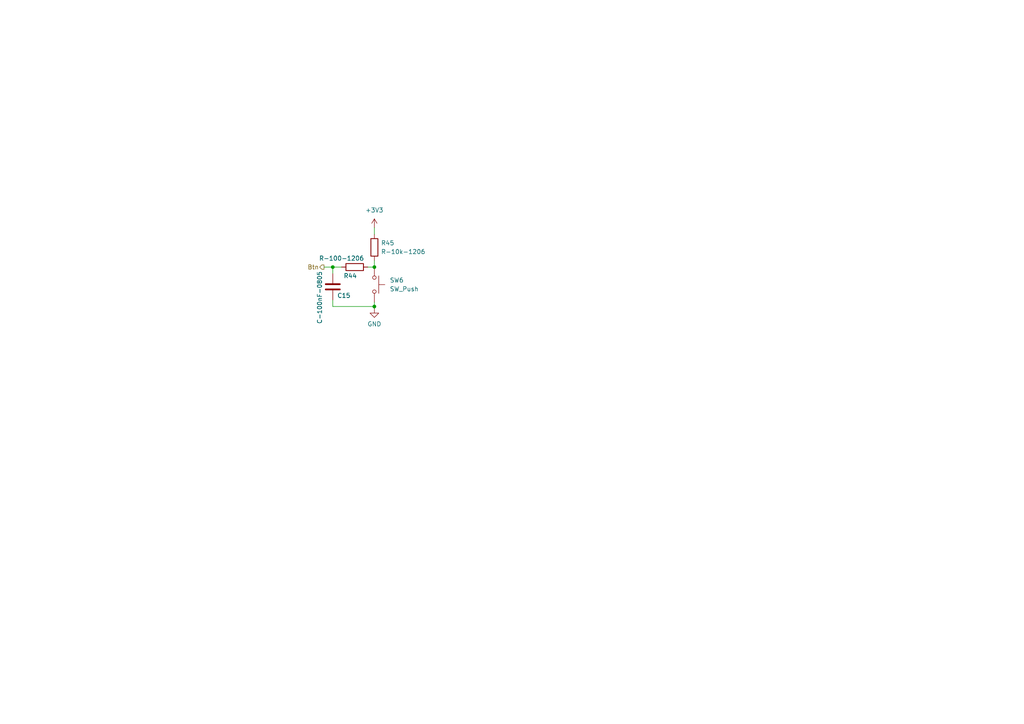
<source format=kicad_sch>
(kicad_sch (version 20211123) (generator eeschema)

  (uuid ee0f3e84-5a12-4e1d-9f31-7052402f7de0)

  (paper "A4")

  (lib_symbols
    (symbol "Switch:SW_Push" (pin_numbers hide) (pin_names (offset 1.016) hide) (in_bom yes) (on_board yes)
      (property "Reference" "SW" (id 0) (at 1.27 2.54 0)
        (effects (font (size 1.27 1.27)) (justify left))
      )
      (property "Value" "SW_Push" (id 1) (at 0 -1.524 0)
        (effects (font (size 1.27 1.27)))
      )
      (property "Footprint" "" (id 2) (at 0 5.08 0)
        (effects (font (size 1.27 1.27)) hide)
      )
      (property "Datasheet" "~" (id 3) (at 0 5.08 0)
        (effects (font (size 1.27 1.27)) hide)
      )
      (property "ki_keywords" "switch normally-open pushbutton push-button" (id 4) (at 0 0 0)
        (effects (font (size 1.27 1.27)) hide)
      )
      (property "ki_description" "Push button switch, generic, two pins" (id 5) (at 0 0 0)
        (effects (font (size 1.27 1.27)) hide)
      )
      (symbol "SW_Push_0_1"
        (circle (center -2.032 0) (radius 0.508)
          (stroke (width 0) (type default) (color 0 0 0 0))
          (fill (type none))
        )
        (polyline
          (pts
            (xy 0 1.27)
            (xy 0 3.048)
          )
          (stroke (width 0) (type default) (color 0 0 0 0))
          (fill (type none))
        )
        (polyline
          (pts
            (xy 2.54 1.27)
            (xy -2.54 1.27)
          )
          (stroke (width 0) (type default) (color 0 0 0 0))
          (fill (type none))
        )
        (circle (center 2.032 0) (radius 0.508)
          (stroke (width 0) (type default) (color 0 0 0 0))
          (fill (type none))
        )
        (pin passive line (at -5.08 0 0) (length 2.54)
          (name "1" (effects (font (size 1.27 1.27))))
          (number "1" (effects (font (size 1.27 1.27))))
        )
        (pin passive line (at 5.08 0 180) (length 2.54)
          (name "2" (effects (font (size 1.27 1.27))))
          (number "2" (effects (font (size 1.27 1.27))))
        )
      )
    )
    (symbol "eurorack:C-100nF-0805" (pin_numbers hide) (pin_names (offset 0.254)) (in_bom yes) (on_board yes)
      (property "Reference" "C" (id 0) (at 0.635 2.54 0)
        (effects (font (size 1.27 1.27)) (justify left))
      )
      (property "Value" "C-100nF-0805" (id 1) (at 0.635 -2.54 0)
        (effects (font (size 1.27 1.27)) (justify left))
      )
      (property "Footprint" "Capacitor_SMD:C_0805_2012Metric_Pad1.18x1.45mm_HandSolder" (id 2) (at 0.9652 -3.81 0)
        (effects (font (size 1.27 1.27)) hide)
      )
      (property "Datasheet" "https://secure.reichelt.com/at/en/smd-multilayer-ceramic-capacitor-100-n-10--x7r-g0805-100n-p31879.html?&nbc=1" (id 3) (at 0 0 0)
        (effects (font (size 1.27 1.27)) hide)
      )
      (property "ki_keywords" "cap capacitor" (id 4) (at 0 0 0)
        (effects (font (size 1.27 1.27)) hide)
      )
      (property "ki_description" "Unpolarized capacitor" (id 5) (at 0 0 0)
        (effects (font (size 1.27 1.27)) hide)
      )
      (property "ki_fp_filters" "C_*" (id 6) (at 0 0 0)
        (effects (font (size 1.27 1.27)) hide)
      )
      (symbol "C-100nF-0805_0_1"
        (polyline
          (pts
            (xy -2.032 -0.762)
            (xy 2.032 -0.762)
          )
          (stroke (width 0.508) (type default) (color 0 0 0 0))
          (fill (type none))
        )
        (polyline
          (pts
            (xy -2.032 0.762)
            (xy 2.032 0.762)
          )
          (stroke (width 0.508) (type default) (color 0 0 0 0))
          (fill (type none))
        )
      )
      (symbol "C-100nF-0805_1_1"
        (pin passive line (at 0 3.81 270) (length 2.794)
          (name "~" (effects (font (size 1.27 1.27))))
          (number "1" (effects (font (size 1.27 1.27))))
        )
        (pin passive line (at 0 -3.81 90) (length 2.794)
          (name "~" (effects (font (size 1.27 1.27))))
          (number "2" (effects (font (size 1.27 1.27))))
        )
      )
    )
    (symbol "eurorack:R-100-1206" (pin_numbers hide) (pin_names (offset 0)) (in_bom yes) (on_board yes)
      (property "Reference" "R" (id 0) (at 2.032 0 90)
        (effects (font (size 1.27 1.27)))
      )
      (property "Value" "R-100-1206" (id 1) (at -2.54 0 90)
        (effects (font (size 1.27 1.27)))
      )
      (property "Footprint" "Resistor_SMD:R_1206_3216Metric_Pad1.30x1.75mm_HandSolder" (id 2) (at -1.778 0 90)
        (effects (font (size 1.27 1.27)) hide)
      )
      (property "Datasheet" "https://www.reichelt.com/at/en/smd-chip-resistor-type-1206-100-ohm-smd-1-4w-100-p18242.html?&trstct=pos_2&nbc=1" (id 3) (at 0 0 0)
        (effects (font (size 1.27 1.27)) hide)
      )
      (property "P" "1/4W" (id 4) (at 0 0 0)
        (effects (font (size 1.27 1.27)))
      )
      (property "ki_keywords" "R res resistor" (id 5) (at 0 0 0)
        (effects (font (size 1.27 1.27)) hide)
      )
      (property "ki_description" "Resistor" (id 6) (at 0 0 0)
        (effects (font (size 1.27 1.27)) hide)
      )
      (property "ki_fp_filters" "R_*" (id 7) (at 0 0 0)
        (effects (font (size 1.27 1.27)) hide)
      )
      (symbol "R-100-1206_0_1"
        (rectangle (start -1.016 -2.54) (end 1.016 2.54)
          (stroke (width 0.254) (type default) (color 0 0 0 0))
          (fill (type none))
        )
      )
      (symbol "R-100-1206_1_1"
        (pin passive line (at 0 3.81 270) (length 1.27)
          (name "~" (effects (font (size 1.27 1.27))))
          (number "1" (effects (font (size 1.27 1.27))))
        )
        (pin passive line (at 0 -3.81 90) (length 1.27)
          (name "~" (effects (font (size 1.27 1.27))))
          (number "2" (effects (font (size 1.27 1.27))))
        )
      )
    )
    (symbol "eurorack:R-10k-1206" (pin_numbers hide) (pin_names (offset 0)) (in_bom yes) (on_board yes)
      (property "Reference" "R" (id 0) (at 2.032 0 90)
        (effects (font (size 1.27 1.27)))
      )
      (property "Value" "R-10k-1206" (id 1) (at -2.54 0 90)
        (effects (font (size 1.27 1.27)))
      )
      (property "Footprint" "Resistor_SMD:R_1206_3216Metric_Pad1.30x1.75mm_HandSolder" (id 2) (at -1.778 0 90)
        (effects (font (size 1.27 1.27)) hide)
      )
      (property "Datasheet" "https://secure.reichelt.com/at/en/smd-chip-resistor-type-1206-10-k-ohm-smd-1-4w-10k-p18244.html?&nbc=1" (id 3) (at 0 0 0)
        (effects (font (size 1.27 1.27)) hide)
      )
      (property "P" "1/4W" (id 4) (at 0 0 0)
        (effects (font (size 1.27 1.27)) hide)
      )
      (property "ki_keywords" "R res resistor" (id 5) (at 0 0 0)
        (effects (font (size 1.27 1.27)) hide)
      )
      (property "ki_description" "Resistor" (id 6) (at 0 0 0)
        (effects (font (size 1.27 1.27)) hide)
      )
      (property "ki_fp_filters" "R_*" (id 7) (at 0 0 0)
        (effects (font (size 1.27 1.27)) hide)
      )
      (symbol "R-10k-1206_0_1"
        (rectangle (start -1.016 -2.54) (end 1.016 2.54)
          (stroke (width 0.254) (type default) (color 0 0 0 0))
          (fill (type none))
        )
      )
      (symbol "R-10k-1206_1_1"
        (pin passive line (at 0 3.81 270) (length 1.27)
          (name "~" (effects (font (size 1.27 1.27))))
          (number "1" (effects (font (size 1.27 1.27))))
        )
        (pin passive line (at 0 -3.81 90) (length 1.27)
          (name "~" (effects (font (size 1.27 1.27))))
          (number "2" (effects (font (size 1.27 1.27))))
        )
      )
    )
    (symbol "power:+3V3" (power) (pin_names (offset 0)) (in_bom yes) (on_board yes)
      (property "Reference" "#PWR" (id 0) (at 0 -3.81 0)
        (effects (font (size 1.27 1.27)) hide)
      )
      (property "Value" "+3V3" (id 1) (at 0 3.556 0)
        (effects (font (size 1.27 1.27)))
      )
      (property "Footprint" "" (id 2) (at 0 0 0)
        (effects (font (size 1.27 1.27)) hide)
      )
      (property "Datasheet" "" (id 3) (at 0 0 0)
        (effects (font (size 1.27 1.27)) hide)
      )
      (property "ki_keywords" "power-flag" (id 4) (at 0 0 0)
        (effects (font (size 1.27 1.27)) hide)
      )
      (property "ki_description" "Power symbol creates a global label with name \"+3V3\"" (id 5) (at 0 0 0)
        (effects (font (size 1.27 1.27)) hide)
      )
      (symbol "+3V3_0_1"
        (polyline
          (pts
            (xy -0.762 1.27)
            (xy 0 2.54)
          )
          (stroke (width 0) (type default) (color 0 0 0 0))
          (fill (type none))
        )
        (polyline
          (pts
            (xy 0 0)
            (xy 0 2.54)
          )
          (stroke (width 0) (type default) (color 0 0 0 0))
          (fill (type none))
        )
        (polyline
          (pts
            (xy 0 2.54)
            (xy 0.762 1.27)
          )
          (stroke (width 0) (type default) (color 0 0 0 0))
          (fill (type none))
        )
      )
      (symbol "+3V3_1_1"
        (pin power_in line (at 0 0 90) (length 0) hide
          (name "+3V3" (effects (font (size 1.27 1.27))))
          (number "1" (effects (font (size 1.27 1.27))))
        )
      )
    )
    (symbol "power:GND" (power) (pin_names (offset 0)) (in_bom yes) (on_board yes)
      (property "Reference" "#PWR" (id 0) (at 0 -6.35 0)
        (effects (font (size 1.27 1.27)) hide)
      )
      (property "Value" "GND" (id 1) (at 0 -3.81 0)
        (effects (font (size 1.27 1.27)))
      )
      (property "Footprint" "" (id 2) (at 0 0 0)
        (effects (font (size 1.27 1.27)) hide)
      )
      (property "Datasheet" "" (id 3) (at 0 0 0)
        (effects (font (size 1.27 1.27)) hide)
      )
      (property "ki_keywords" "power-flag" (id 4) (at 0 0 0)
        (effects (font (size 1.27 1.27)) hide)
      )
      (property "ki_description" "Power symbol creates a global label with name \"GND\" , ground" (id 5) (at 0 0 0)
        (effects (font (size 1.27 1.27)) hide)
      )
      (symbol "GND_0_1"
        (polyline
          (pts
            (xy 0 0)
            (xy 0 -1.27)
            (xy 1.27 -1.27)
            (xy 0 -2.54)
            (xy -1.27 -1.27)
            (xy 0 -1.27)
          )
          (stroke (width 0) (type default) (color 0 0 0 0))
          (fill (type none))
        )
      )
      (symbol "GND_1_1"
        (pin power_in line (at 0 0 270) (length 0) hide
          (name "GND" (effects (font (size 1.27 1.27))))
          (number "1" (effects (font (size 1.27 1.27))))
        )
      )
    )
  )

  (junction (at 108.585 88.9) (diameter 0) (color 0 0 0 0)
    (uuid 0be89af7-14db-497f-966b-5719f465b9dc)
  )
  (junction (at 96.52 77.47) (diameter 0) (color 0 0 0 0)
    (uuid 17268e24-9a03-492a-94fc-a6080eb38235)
  )
  (junction (at 108.585 77.47) (diameter 0) (color 0 0 0 0)
    (uuid 3a12357c-45e8-45c5-bf25-e318ee4b0e3b)
  )

  (wire (pts (xy 108.585 66.04) (xy 108.585 67.945))
    (stroke (width 0) (type default) (color 0 0 0 0))
    (uuid 07cd3188-9f6a-4faa-aeb8-1033aa4628ad)
  )
  (wire (pts (xy 96.52 79.375) (xy 96.52 77.47))
    (stroke (width 0) (type default) (color 0 0 0 0))
    (uuid 4097a203-760e-4850-9e1b-92ceefdd3ce0)
  )
  (wire (pts (xy 96.52 77.47) (xy 99.06 77.47))
    (stroke (width 0) (type default) (color 0 0 0 0))
    (uuid 4b03cbe3-dede-4b6f-bdbc-e6a6e20ebbf4)
  )
  (wire (pts (xy 106.68 77.47) (xy 108.585 77.47))
    (stroke (width 0) (type default) (color 0 0 0 0))
    (uuid 625028d5-2dc0-407c-b9d0-b1f98d25cffa)
  )
  (wire (pts (xy 108.585 88.9) (xy 108.585 89.535))
    (stroke (width 0) (type default) (color 0 0 0 0))
    (uuid 6ece7b31-e613-4f3f-8ebb-4f6e8bb8a0ab)
  )
  (wire (pts (xy 108.585 87.63) (xy 108.585 88.9))
    (stroke (width 0) (type default) (color 0 0 0 0))
    (uuid 9ea094a0-c179-4766-9db1-122e5b2472a8)
  )
  (wire (pts (xy 96.52 86.995) (xy 96.52 88.9))
    (stroke (width 0) (type default) (color 0 0 0 0))
    (uuid c561f895-2ad7-4f00-8fab-01cb792f11b4)
  )
  (wire (pts (xy 93.98 77.47) (xy 96.52 77.47))
    (stroke (width 0) (type default) (color 0 0 0 0))
    (uuid d27866a2-e03f-4485-9b72-ee05775823e3)
  )
  (wire (pts (xy 108.585 75.565) (xy 108.585 77.47))
    (stroke (width 0) (type default) (color 0 0 0 0))
    (uuid e63ccdec-a74f-41d5-b622-a5a44afcc554)
  )
  (wire (pts (xy 96.52 88.9) (xy 108.585 88.9))
    (stroke (width 0) (type default) (color 0 0 0 0))
    (uuid fd0d9950-a490-4cd5-9613-f2156225894a)
  )

  (hierarchical_label "Btn" (shape output) (at 93.98 77.47 180)
    (effects (font (size 1.27 1.27)) (justify right))
    (uuid b861b148-5ccc-4702-888c-74b84c1790d6)
  )

  (symbol (lib_id "power:GND") (at 108.585 89.535 0)
    (in_bom yes) (on_board yes) (fields_autoplaced)
    (uuid 5204c70e-1565-4504-941a-55ad7bb6a305)
    (property "Reference" "#PWR069" (id 0) (at 108.585 95.885 0)
      (effects (font (size 1.27 1.27)) hide)
    )
    (property "Value" "GND" (id 1) (at 108.585 93.98 0))
    (property "Footprint" "" (id 2) (at 108.585 89.535 0)
      (effects (font (size 1.27 1.27)) hide)
    )
    (property "Datasheet" "" (id 3) (at 108.585 89.535 0)
      (effects (font (size 1.27 1.27)) hide)
    )
    (pin "1" (uuid 1d2f8cf7-b41a-44af-84bc-cb3132e5f0c2))
  )

  (symbol (lib_id "Switch:SW_Push") (at 108.585 82.55 270)
    (in_bom yes) (on_board yes) (fields_autoplaced)
    (uuid 6146eab9-fca2-4bb4-bc11-0a211214f1c3)
    (property "Reference" "SW6" (id 0) (at 113.03 81.2799 90)
      (effects (font (size 1.27 1.27)) (justify left))
    )
    (property "Value" "SW_Push" (id 1) (at 113.03 83.8199 90)
      (effects (font (size 1.27 1.27)) (justify left))
    )
    (property "Footprint" "Button_Switch_SMD:SW_Push_1P1T_NO_6x6mm_H9.5mm" (id 2) (at 113.665 82.55 0)
      (effects (font (size 1.27 1.27)) hide)
    )
    (property "Datasheet" "~" (id 3) (at 113.665 82.55 0)
      (effects (font (size 1.27 1.27)) hide)
    )
    (pin "1" (uuid 179fd1ce-179f-48a3-aea8-329427a4adbe))
    (pin "2" (uuid e05b7cfa-a126-4de7-a891-69e35c32483e))
  )

  (symbol (lib_id "eurorack:R-10k-1206") (at 108.585 71.755 0)
    (in_bom yes) (on_board yes) (fields_autoplaced)
    (uuid b25517cb-8e42-49de-9b58-c637dbdea4dd)
    (property "Reference" "R45" (id 0) (at 110.49 70.4849 0)
      (effects (font (size 1.27 1.27)) (justify left))
    )
    (property "Value" "R-10k-1206" (id 1) (at 110.49 73.0249 0)
      (effects (font (size 1.27 1.27)) (justify left))
    )
    (property "Footprint" "Resistor_SMD:R_1206_3216Metric_Pad1.30x1.75mm_HandSolder" (id 2) (at 106.807 71.755 90)
      (effects (font (size 1.27 1.27)) hide)
    )
    (property "Datasheet" "https://secure.reichelt.com/at/en/smd-chip-resistor-type-1206-10-k-ohm-smd-1-4w-10k-p18244.html?&nbc=1" (id 3) (at 108.585 71.755 0)
      (effects (font (size 1.27 1.27)) hide)
    )
    (property "P" "1/4W" (id 4) (at 108.585 71.755 0)
      (effects (font (size 1.27 1.27)) hide)
    )
    (pin "1" (uuid 13c319b1-fad2-4bb6-bfb1-e351130e5cd3))
    (pin "2" (uuid 68af0a1c-fc44-47c5-a4fc-347a137bfc49))
  )

  (symbol (lib_id "eurorack:C-100nF-0805") (at 96.52 83.185 0)
    (in_bom yes) (on_board yes)
    (uuid e67072f5-b3a9-4858-aa7e-36adff1f51b7)
    (property "Reference" "C15" (id 0) (at 97.79 85.725 0)
      (effects (font (size 1.27 1.27)) (justify left))
    )
    (property "Value" "C-100nF-0805" (id 1) (at 92.71 93.98 90)
      (effects (font (size 1.27 1.27)) (justify left))
    )
    (property "Footprint" "Capacitor_SMD:C_0805_2012Metric_Pad1.18x1.45mm_HandSolder" (id 2) (at 97.4852 86.995 0)
      (effects (font (size 1.27 1.27)) hide)
    )
    (property "Datasheet" "https://secure.reichelt.com/at/en/smd-multilayer-ceramic-capacitor-100-n-10--x7r-g0805-100n-p31879.html?&nbc=1" (id 3) (at 96.52 83.185 0)
      (effects (font (size 1.27 1.27)) hide)
    )
    (pin "1" (uuid 2c12004b-da16-43ef-bdfd-3424627102ad))
    (pin "2" (uuid b1cb554d-4586-44d1-878c-b3579b410148))
  )

  (symbol (lib_id "power:+3V3") (at 108.585 66.04 0)
    (in_bom yes) (on_board yes) (fields_autoplaced)
    (uuid e94a2566-53ee-4477-8d73-d40b211364c7)
    (property "Reference" "#PWR068" (id 0) (at 108.585 69.85 0)
      (effects (font (size 1.27 1.27)) hide)
    )
    (property "Value" "+3V3" (id 1) (at 108.585 60.96 0))
    (property "Footprint" "" (id 2) (at 108.585 66.04 0)
      (effects (font (size 1.27 1.27)) hide)
    )
    (property "Datasheet" "" (id 3) (at 108.585 66.04 0)
      (effects (font (size 1.27 1.27)) hide)
    )
    (pin "1" (uuid 0735f02d-0862-4fda-ba63-78002707547b))
  )

  (symbol (lib_id "eurorack:R-100-1206") (at 102.87 77.47 270)
    (in_bom yes) (on_board yes)
    (uuid f18dc5db-c3f6-4cc5-b7a7-f03fe7dfaff3)
    (property "Reference" "R44" (id 0) (at 101.6 80.01 90))
    (property "Value" "R-100-1206" (id 1) (at 99.06 74.93 90))
    (property "Footprint" "Resistor_SMD:R_1206_3216Metric_Pad1.30x1.75mm_HandSolder" (id 2) (at 102.87 75.692 90)
      (effects (font (size 1.27 1.27)) hide)
    )
    (property "Datasheet" "https://www.reichelt.com/at/en/smd-chip-resistor-type-1206-100-ohm-smd-1-4w-100-p18242.html?&trstct=pos_2&nbc=1" (id 3) (at 102.87 77.47 0)
      (effects (font (size 1.27 1.27)) hide)
    )
    (property "P" "1/4W" (id 4) (at 102.87 73.66 90)
      (effects (font (size 1.27 1.27)) hide)
    )
    (pin "1" (uuid 3501f945-dec2-4e10-87d7-67475ac9ebb9))
    (pin "2" (uuid 90e44778-8980-48d9-9125-9a04f8acfa37))
  )
)

</source>
